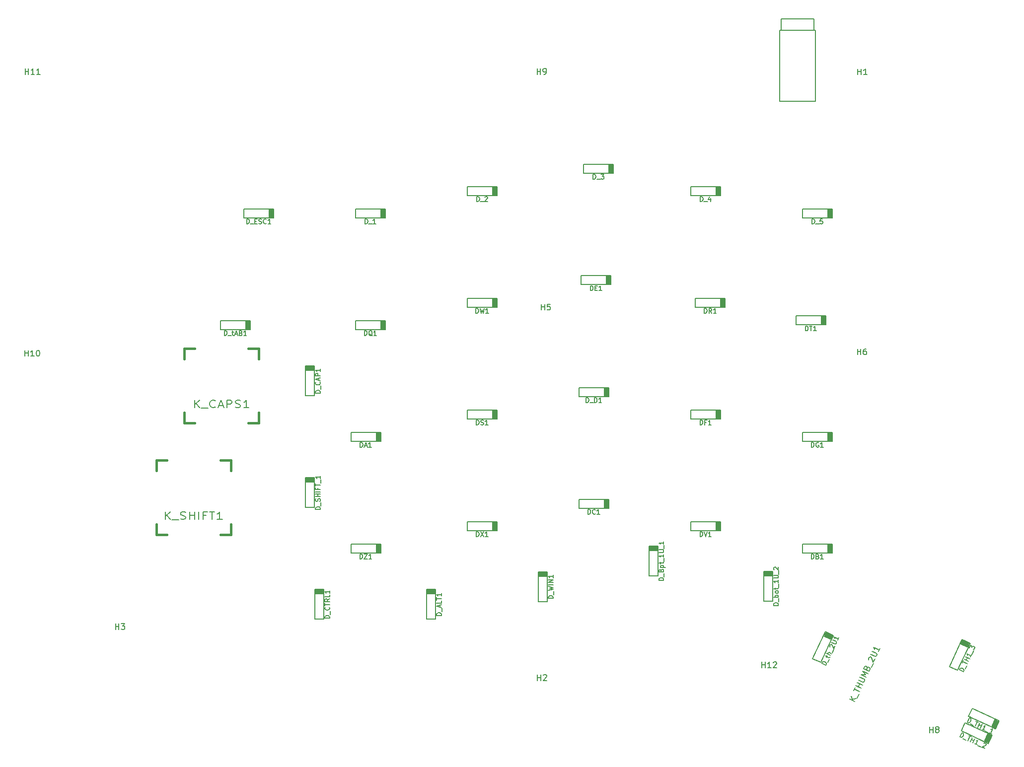
<source format=gbr>
G04 #@! TF.GenerationSoftware,KiCad,Pcbnew,(5.0.2)-1*
G04 #@! TF.CreationDate,2020-01-03T19:42:31+05:30*
G04 #@! TF.ProjectId,ergocape,6572676f-6361-4706-952e-6b696361645f,rev?*
G04 #@! TF.SameCoordinates,Original*
G04 #@! TF.FileFunction,Legend,Top*
G04 #@! TF.FilePolarity,Positive*
%FSLAX46Y46*%
G04 Gerber Fmt 4.6, Leading zero omitted, Abs format (unit mm)*
G04 Created by KiCad (PCBNEW (5.0.2)-1) date 1/3/2020 7:42:31 PM*
%MOMM*%
%LPD*%
G01*
G04 APERTURE LIST*
%ADD10C,0.150000*%
%ADD11C,0.381000*%
%ADD12C,0.203200*%
%ADD13C,0.200000*%
G04 APERTURE END LIST*
D10*
G04 #@! TO.C,D_1*
X80803750Y-49180750D02*
X85883750Y-49180750D01*
X85883750Y-49180750D02*
X85883750Y-47656750D01*
X85883750Y-47656750D02*
X80803750Y-47656750D01*
X80803750Y-47656750D02*
X80803750Y-49180750D01*
X80803750Y-49180750D02*
X81311750Y-49180750D01*
X85502750Y-49180750D02*
X85502750Y-47656750D01*
X85629750Y-47656750D02*
X85629750Y-49180750D01*
X85756750Y-49180750D02*
X85756750Y-47656750D01*
X85375750Y-47656750D02*
X85375750Y-49180750D01*
X85248750Y-49180750D02*
X85248750Y-47656750D01*
X85121750Y-49180750D02*
X85121750Y-47656750D01*
G04 #@! TO.C,D_2*
X99853750Y-45370750D02*
X104933750Y-45370750D01*
X104933750Y-45370750D02*
X104933750Y-43846750D01*
X104933750Y-43846750D02*
X99853750Y-43846750D01*
X99853750Y-43846750D02*
X99853750Y-45370750D01*
X99853750Y-45370750D02*
X100361750Y-45370750D01*
X104552750Y-45370750D02*
X104552750Y-43846750D01*
X104679750Y-43846750D02*
X104679750Y-45370750D01*
X104806750Y-45370750D02*
X104806750Y-43846750D01*
X104425750Y-43846750D02*
X104425750Y-45370750D01*
X104298750Y-45370750D02*
X104298750Y-43846750D01*
X104171750Y-45370750D02*
X104171750Y-43846750D01*
G04 #@! TO.C,D_3*
X124015500Y-41560750D02*
X124015500Y-40036750D01*
X124142500Y-41560750D02*
X124142500Y-40036750D01*
X124269500Y-40036750D02*
X124269500Y-41560750D01*
X124650500Y-41560750D02*
X124650500Y-40036750D01*
X124523500Y-40036750D02*
X124523500Y-41560750D01*
X124396500Y-41560750D02*
X124396500Y-40036750D01*
X119697500Y-41560750D02*
X120205500Y-41560750D01*
X119697500Y-40036750D02*
X119697500Y-41560750D01*
X124777500Y-40036750D02*
X119697500Y-40036750D01*
X124777500Y-41560750D02*
X124777500Y-40036750D01*
X119697500Y-41560750D02*
X124777500Y-41560750D01*
G04 #@! TO.C,D_4*
X137953750Y-45370750D02*
X143033750Y-45370750D01*
X143033750Y-45370750D02*
X143033750Y-43846750D01*
X143033750Y-43846750D02*
X137953750Y-43846750D01*
X137953750Y-43846750D02*
X137953750Y-45370750D01*
X137953750Y-45370750D02*
X138461750Y-45370750D01*
X142652750Y-45370750D02*
X142652750Y-43846750D01*
X142779750Y-43846750D02*
X142779750Y-45370750D01*
X142906750Y-45370750D02*
X142906750Y-43846750D01*
X142525750Y-43846750D02*
X142525750Y-45370750D01*
X142398750Y-45370750D02*
X142398750Y-43846750D01*
X142271750Y-45370750D02*
X142271750Y-43846750D01*
G04 #@! TO.C,D_5*
X161321750Y-49180750D02*
X161321750Y-47656750D01*
X161448750Y-49180750D02*
X161448750Y-47656750D01*
X161575750Y-47656750D02*
X161575750Y-49180750D01*
X161956750Y-49180750D02*
X161956750Y-47656750D01*
X161829750Y-47656750D02*
X161829750Y-49180750D01*
X161702750Y-49180750D02*
X161702750Y-47656750D01*
X157003750Y-49180750D02*
X157511750Y-49180750D01*
X157003750Y-47656750D02*
X157003750Y-49180750D01*
X162083750Y-47656750D02*
X157003750Y-47656750D01*
X162083750Y-49180750D02*
X162083750Y-47656750D01*
X157003750Y-49180750D02*
X162083750Y-49180750D01*
G04 #@! TO.C,D_ALT1*
X94424500Y-113315750D02*
X92900500Y-113315750D01*
X94424500Y-113188750D02*
X92900500Y-113188750D01*
X92900500Y-113061750D02*
X94424500Y-113061750D01*
X94424500Y-112680750D02*
X92900500Y-112680750D01*
X92900500Y-112807750D02*
X94424500Y-112807750D01*
X94424500Y-112934750D02*
X92900500Y-112934750D01*
X94424500Y-117633750D02*
X94424500Y-117125750D01*
X92900500Y-117633750D02*
X94424500Y-117633750D01*
X92900500Y-112553750D02*
X92900500Y-117633750D01*
X94424500Y-112553750D02*
X92900500Y-112553750D01*
X94424500Y-117633750D02*
X94424500Y-112553750D01*
G04 #@! TO.C,D_bot_1U_2*
X151892000Y-114554000D02*
X151892000Y-109474000D01*
X151892000Y-109474000D02*
X150368000Y-109474000D01*
X150368000Y-109474000D02*
X150368000Y-114554000D01*
X150368000Y-114554000D02*
X151892000Y-114554000D01*
X151892000Y-114554000D02*
X151892000Y-114046000D01*
X151892000Y-109855000D02*
X150368000Y-109855000D01*
X150368000Y-109728000D02*
X151892000Y-109728000D01*
X151892000Y-109601000D02*
X150368000Y-109601000D01*
X150368000Y-109982000D02*
X151892000Y-109982000D01*
X151892000Y-110109000D02*
X150368000Y-110109000D01*
X151892000Y-110236000D02*
X150368000Y-110236000D01*
G04 #@! TO.C,D_Bpt_1U_1*
X132334000Y-110236000D02*
X132334000Y-105156000D01*
X132334000Y-105156000D02*
X130810000Y-105156000D01*
X130810000Y-105156000D02*
X130810000Y-110236000D01*
X130810000Y-110236000D02*
X132334000Y-110236000D01*
X132334000Y-110236000D02*
X132334000Y-109728000D01*
X132334000Y-105537000D02*
X130810000Y-105537000D01*
X130810000Y-105410000D02*
X132334000Y-105410000D01*
X132334000Y-105283000D02*
X130810000Y-105283000D01*
X130810000Y-105664000D02*
X132334000Y-105664000D01*
X132334000Y-105791000D02*
X130810000Y-105791000D01*
X132334000Y-105918000D02*
X130810000Y-105918000D01*
G04 #@! TO.C,D_CAP1*
X73787000Y-79533750D02*
X73787000Y-74453750D01*
X73787000Y-74453750D02*
X72263000Y-74453750D01*
X72263000Y-74453750D02*
X72263000Y-79533750D01*
X72263000Y-79533750D02*
X73787000Y-79533750D01*
X73787000Y-79533750D02*
X73787000Y-79025750D01*
X73787000Y-74834750D02*
X72263000Y-74834750D01*
X72263000Y-74707750D02*
X73787000Y-74707750D01*
X73787000Y-74580750D02*
X72263000Y-74580750D01*
X72263000Y-74961750D02*
X73787000Y-74961750D01*
X73787000Y-75088750D02*
X72263000Y-75088750D01*
X73787000Y-75215750D02*
X72263000Y-75215750D01*
G04 #@! TO.C,D_CTRL1*
X75374500Y-113315750D02*
X73850500Y-113315750D01*
X75374500Y-113188750D02*
X73850500Y-113188750D01*
X73850500Y-113061750D02*
X75374500Y-113061750D01*
X75374500Y-112680750D02*
X73850500Y-112680750D01*
X73850500Y-112807750D02*
X75374500Y-112807750D01*
X75374500Y-112934750D02*
X73850500Y-112934750D01*
X75374500Y-117633750D02*
X75374500Y-117125750D01*
X73850500Y-117633750D02*
X75374500Y-117633750D01*
X73850500Y-112553750D02*
X73850500Y-117633750D01*
X75374500Y-112553750D02*
X73850500Y-112553750D01*
X75374500Y-117633750D02*
X75374500Y-112553750D01*
G04 #@! TO.C,D_D1*
X118903750Y-79660750D02*
X123983750Y-79660750D01*
X123983750Y-79660750D02*
X123983750Y-78136750D01*
X123983750Y-78136750D02*
X118903750Y-78136750D01*
X118903750Y-78136750D02*
X118903750Y-79660750D01*
X118903750Y-79660750D02*
X119411750Y-79660750D01*
X123602750Y-79660750D02*
X123602750Y-78136750D01*
X123729750Y-78136750D02*
X123729750Y-79660750D01*
X123856750Y-79660750D02*
X123856750Y-78136750D01*
X123475750Y-78136750D02*
X123475750Y-79660750D01*
X123348750Y-79660750D02*
X123348750Y-78136750D01*
X123221750Y-79660750D02*
X123221750Y-78136750D01*
G04 #@! TO.C,D_ESC1*
X66071750Y-49180750D02*
X66071750Y-47656750D01*
X66198750Y-49180750D02*
X66198750Y-47656750D01*
X66325750Y-47656750D02*
X66325750Y-49180750D01*
X66706750Y-49180750D02*
X66706750Y-47656750D01*
X66579750Y-47656750D02*
X66579750Y-49180750D01*
X66452750Y-49180750D02*
X66452750Y-47656750D01*
X61753750Y-49180750D02*
X62261750Y-49180750D01*
X61753750Y-47656750D02*
X61753750Y-49180750D01*
X66833750Y-47656750D02*
X61753750Y-47656750D01*
X66833750Y-49180750D02*
X66833750Y-47656750D01*
X61753750Y-49180750D02*
X66833750Y-49180750D01*
G04 #@! TO.C,D_SHIFT_1*
X73787000Y-94265750D02*
X72263000Y-94265750D01*
X73787000Y-94138750D02*
X72263000Y-94138750D01*
X72263000Y-94011750D02*
X73787000Y-94011750D01*
X73787000Y-93630750D02*
X72263000Y-93630750D01*
X72263000Y-93757750D02*
X73787000Y-93757750D01*
X73787000Y-93884750D02*
X72263000Y-93884750D01*
X73787000Y-98583750D02*
X73787000Y-98075750D01*
X72263000Y-98583750D02*
X73787000Y-98583750D01*
X72263000Y-93503750D02*
X72263000Y-98583750D01*
X73787000Y-93503750D02*
X72263000Y-93503750D01*
X73787000Y-98583750D02*
X73787000Y-93503750D01*
G04 #@! TO.C,D_tAB1*
X62103000Y-68230750D02*
X62103000Y-66706750D01*
X62230000Y-68230750D02*
X62230000Y-66706750D01*
X62357000Y-66706750D02*
X62357000Y-68230750D01*
X62738000Y-68230750D02*
X62738000Y-66706750D01*
X62611000Y-66706750D02*
X62611000Y-68230750D01*
X62484000Y-68230750D02*
X62484000Y-66706750D01*
X57785000Y-68230750D02*
X58293000Y-68230750D01*
X57785000Y-66706750D02*
X57785000Y-68230750D01*
X62865000Y-66706750D02*
X57785000Y-66706750D01*
X62865000Y-68230750D02*
X62865000Y-66706750D01*
X57785000Y-68230750D02*
X62865000Y-68230750D01*
G04 #@! TO.C,D_TH1_1*
X185310791Y-134192756D02*
X189914835Y-136339657D01*
X189914835Y-136339657D02*
X190558905Y-134958444D01*
X190558905Y-134958444D02*
X185954861Y-132811543D01*
X185954861Y-132811543D02*
X185310791Y-134192756D01*
X185310791Y-134192756D02*
X185771195Y-134407446D01*
X189569530Y-136178639D02*
X190213602Y-134797426D01*
X190328703Y-134851099D02*
X189684632Y-136232312D01*
X189799734Y-136285983D02*
X190443804Y-134904771D01*
X190098501Y-134743754D02*
X189454430Y-136124967D01*
X189339329Y-136071294D02*
X189983399Y-134690081D01*
X189224228Y-136017622D02*
X189868298Y-134636409D01*
G04 #@! TO.C,D_TH1_2*
X187974459Y-138517075D02*
X188618529Y-137135862D01*
X188089560Y-138570747D02*
X188733630Y-137189534D01*
X188848732Y-137243207D02*
X188204661Y-138624420D01*
X188549965Y-138785436D02*
X189194035Y-137404224D01*
X189078934Y-137350552D02*
X188434863Y-138731765D01*
X188319761Y-138678092D02*
X188963833Y-137296879D01*
X184061022Y-136692209D02*
X184521426Y-136906899D01*
X184705092Y-135310996D02*
X184061022Y-136692209D01*
X189309136Y-137457897D02*
X184705092Y-135310996D01*
X188665066Y-138839110D02*
X189309136Y-137457897D01*
X184061022Y-136692209D02*
X188665066Y-138839110D01*
G04 #@! TO.C,D_th_2U1*
X160120004Y-125007657D02*
X162266905Y-120403613D01*
X162266905Y-120403613D02*
X160885692Y-119759543D01*
X160885692Y-119759543D02*
X158738791Y-124363587D01*
X158738791Y-124363587D02*
X160120004Y-125007657D01*
X160120004Y-125007657D02*
X160334694Y-124547253D01*
X162105887Y-120748918D02*
X160724674Y-120104846D01*
X160778347Y-119989745D02*
X162159560Y-120633816D01*
X162213231Y-120518714D02*
X160832019Y-119874644D01*
X160671002Y-120219947D02*
X162052215Y-120864018D01*
X161998542Y-120979119D02*
X160617329Y-120335049D01*
X161944870Y-121094220D02*
X160563657Y-120450150D01*
G04 #@! TO.C,D_WIN1*
X113474500Y-114617500D02*
X113474500Y-109537500D01*
X113474500Y-109537500D02*
X111950500Y-109537500D01*
X111950500Y-109537500D02*
X111950500Y-114617500D01*
X111950500Y-114617500D02*
X113474500Y-114617500D01*
X113474500Y-114617500D02*
X113474500Y-114109500D01*
X113474500Y-109918500D02*
X111950500Y-109918500D01*
X111950500Y-109791500D02*
X113474500Y-109791500D01*
X113474500Y-109664500D02*
X111950500Y-109664500D01*
X111950500Y-110045500D02*
X113474500Y-110045500D01*
X113474500Y-110172500D02*
X111950500Y-110172500D01*
X113474500Y-110299500D02*
X111950500Y-110299500D01*
G04 #@! TO.C,DA1*
X80010000Y-87280750D02*
X85090000Y-87280750D01*
X85090000Y-87280750D02*
X85090000Y-85756750D01*
X85090000Y-85756750D02*
X80010000Y-85756750D01*
X80010000Y-85756750D02*
X80010000Y-87280750D01*
X80010000Y-87280750D02*
X80518000Y-87280750D01*
X84709000Y-87280750D02*
X84709000Y-85756750D01*
X84836000Y-85756750D02*
X84836000Y-87280750D01*
X84963000Y-87280750D02*
X84963000Y-85756750D01*
X84582000Y-85756750D02*
X84582000Y-87280750D01*
X84455000Y-87280750D02*
X84455000Y-85756750D01*
X84328000Y-87280750D02*
X84328000Y-85756750D01*
G04 #@! TO.C,DB1*
X157003750Y-106330750D02*
X162083750Y-106330750D01*
X162083750Y-106330750D02*
X162083750Y-104806750D01*
X162083750Y-104806750D02*
X157003750Y-104806750D01*
X157003750Y-104806750D02*
X157003750Y-106330750D01*
X157003750Y-106330750D02*
X157511750Y-106330750D01*
X161702750Y-106330750D02*
X161702750Y-104806750D01*
X161829750Y-104806750D02*
X161829750Y-106330750D01*
X161956750Y-106330750D02*
X161956750Y-104806750D01*
X161575750Y-104806750D02*
X161575750Y-106330750D01*
X161448750Y-106330750D02*
X161448750Y-104806750D01*
X161321750Y-106330750D02*
X161321750Y-104806750D01*
G04 #@! TO.C,DC1*
X123221750Y-98710750D02*
X123221750Y-97186750D01*
X123348750Y-98710750D02*
X123348750Y-97186750D01*
X123475750Y-97186750D02*
X123475750Y-98710750D01*
X123856750Y-98710750D02*
X123856750Y-97186750D01*
X123729750Y-97186750D02*
X123729750Y-98710750D01*
X123602750Y-98710750D02*
X123602750Y-97186750D01*
X118903750Y-98710750D02*
X119411750Y-98710750D01*
X118903750Y-97186750D02*
X118903750Y-98710750D01*
X123983750Y-97186750D02*
X118903750Y-97186750D01*
X123983750Y-98710750D02*
X123983750Y-97186750D01*
X118903750Y-98710750D02*
X123983750Y-98710750D01*
G04 #@! TO.C,DE1*
X123571000Y-60579000D02*
X123571000Y-59055000D01*
X123698000Y-60579000D02*
X123698000Y-59055000D01*
X123825000Y-59055000D02*
X123825000Y-60579000D01*
X124206000Y-60579000D02*
X124206000Y-59055000D01*
X124079000Y-59055000D02*
X124079000Y-60579000D01*
X123952000Y-60579000D02*
X123952000Y-59055000D01*
X119253000Y-60579000D02*
X119761000Y-60579000D01*
X119253000Y-59055000D02*
X119253000Y-60579000D01*
X124333000Y-59055000D02*
X119253000Y-59055000D01*
X124333000Y-60579000D02*
X124333000Y-59055000D01*
X119253000Y-60579000D02*
X124333000Y-60579000D01*
G04 #@! TO.C,DF1*
X142271750Y-83470750D02*
X142271750Y-81946750D01*
X142398750Y-83470750D02*
X142398750Y-81946750D01*
X142525750Y-81946750D02*
X142525750Y-83470750D01*
X142906750Y-83470750D02*
X142906750Y-81946750D01*
X142779750Y-81946750D02*
X142779750Y-83470750D01*
X142652750Y-83470750D02*
X142652750Y-81946750D01*
X137953750Y-83470750D02*
X138461750Y-83470750D01*
X137953750Y-81946750D02*
X137953750Y-83470750D01*
X143033750Y-81946750D02*
X137953750Y-81946750D01*
X143033750Y-83470750D02*
X143033750Y-81946750D01*
X137953750Y-83470750D02*
X143033750Y-83470750D01*
G04 #@! TO.C,DG1*
X161321750Y-87280750D02*
X161321750Y-85756750D01*
X161448750Y-87280750D02*
X161448750Y-85756750D01*
X161575750Y-85756750D02*
X161575750Y-87280750D01*
X161956750Y-87280750D02*
X161956750Y-85756750D01*
X161829750Y-85756750D02*
X161829750Y-87280750D01*
X161702750Y-87280750D02*
X161702750Y-85756750D01*
X157003750Y-87280750D02*
X157511750Y-87280750D01*
X157003750Y-85756750D02*
X157003750Y-87280750D01*
X162083750Y-85756750D02*
X157003750Y-85756750D01*
X162083750Y-87280750D02*
X162083750Y-85756750D01*
X157003750Y-87280750D02*
X162083750Y-87280750D01*
G04 #@! TO.C,DQ1*
X80803750Y-68230750D02*
X85883750Y-68230750D01*
X85883750Y-68230750D02*
X85883750Y-66706750D01*
X85883750Y-66706750D02*
X80803750Y-66706750D01*
X80803750Y-66706750D02*
X80803750Y-68230750D01*
X80803750Y-68230750D02*
X81311750Y-68230750D01*
X85502750Y-68230750D02*
X85502750Y-66706750D01*
X85629750Y-66706750D02*
X85629750Y-68230750D01*
X85756750Y-68230750D02*
X85756750Y-66706750D01*
X85375750Y-66706750D02*
X85375750Y-68230750D01*
X85248750Y-68230750D02*
X85248750Y-66706750D01*
X85121750Y-68230750D02*
X85121750Y-66706750D01*
G04 #@! TO.C,DR1*
X138747500Y-64420750D02*
X143827500Y-64420750D01*
X143827500Y-64420750D02*
X143827500Y-62896750D01*
X143827500Y-62896750D02*
X138747500Y-62896750D01*
X138747500Y-62896750D02*
X138747500Y-64420750D01*
X138747500Y-64420750D02*
X139255500Y-64420750D01*
X143446500Y-64420750D02*
X143446500Y-62896750D01*
X143573500Y-62896750D02*
X143573500Y-64420750D01*
X143700500Y-64420750D02*
X143700500Y-62896750D01*
X143319500Y-62896750D02*
X143319500Y-64420750D01*
X143192500Y-64420750D02*
X143192500Y-62896750D01*
X143065500Y-64420750D02*
X143065500Y-62896750D01*
G04 #@! TO.C,DS1*
X104171750Y-83470750D02*
X104171750Y-81946750D01*
X104298750Y-83470750D02*
X104298750Y-81946750D01*
X104425750Y-81946750D02*
X104425750Y-83470750D01*
X104806750Y-83470750D02*
X104806750Y-81946750D01*
X104679750Y-81946750D02*
X104679750Y-83470750D01*
X104552750Y-83470750D02*
X104552750Y-81946750D01*
X99853750Y-83470750D02*
X100361750Y-83470750D01*
X99853750Y-81946750D02*
X99853750Y-83470750D01*
X104933750Y-81946750D02*
X99853750Y-81946750D01*
X104933750Y-83470750D02*
X104933750Y-81946750D01*
X99853750Y-83470750D02*
X104933750Y-83470750D01*
G04 #@! TO.C,DT1*
X160210500Y-67437000D02*
X160210500Y-65913000D01*
X160337500Y-67437000D02*
X160337500Y-65913000D01*
X160464500Y-65913000D02*
X160464500Y-67437000D01*
X160845500Y-67437000D02*
X160845500Y-65913000D01*
X160718500Y-65913000D02*
X160718500Y-67437000D01*
X160591500Y-67437000D02*
X160591500Y-65913000D01*
X155892500Y-67437000D02*
X156400500Y-67437000D01*
X155892500Y-65913000D02*
X155892500Y-67437000D01*
X160972500Y-65913000D02*
X155892500Y-65913000D01*
X160972500Y-67437000D02*
X160972500Y-65913000D01*
X155892500Y-67437000D02*
X160972500Y-67437000D01*
G04 #@! TO.C,DV1*
X142271750Y-102520750D02*
X142271750Y-100996750D01*
X142398750Y-102520750D02*
X142398750Y-100996750D01*
X142525750Y-100996750D02*
X142525750Y-102520750D01*
X142906750Y-102520750D02*
X142906750Y-100996750D01*
X142779750Y-100996750D02*
X142779750Y-102520750D01*
X142652750Y-102520750D02*
X142652750Y-100996750D01*
X137953750Y-102520750D02*
X138461750Y-102520750D01*
X137953750Y-100996750D02*
X137953750Y-102520750D01*
X143033750Y-100996750D02*
X137953750Y-100996750D01*
X143033750Y-102520750D02*
X143033750Y-100996750D01*
X137953750Y-102520750D02*
X143033750Y-102520750D01*
G04 #@! TO.C,DW1*
X99853750Y-64420750D02*
X104933750Y-64420750D01*
X104933750Y-64420750D02*
X104933750Y-62896750D01*
X104933750Y-62896750D02*
X99853750Y-62896750D01*
X99853750Y-62896750D02*
X99853750Y-64420750D01*
X99853750Y-64420750D02*
X100361750Y-64420750D01*
X104552750Y-64420750D02*
X104552750Y-62896750D01*
X104679750Y-62896750D02*
X104679750Y-64420750D01*
X104806750Y-64420750D02*
X104806750Y-62896750D01*
X104425750Y-62896750D02*
X104425750Y-64420750D01*
X104298750Y-64420750D02*
X104298750Y-62896750D01*
X104171750Y-64420750D02*
X104171750Y-62896750D01*
G04 #@! TO.C,DX1*
X104171750Y-102520750D02*
X104171750Y-100996750D01*
X104298750Y-102520750D02*
X104298750Y-100996750D01*
X104425750Y-100996750D02*
X104425750Y-102520750D01*
X104806750Y-102520750D02*
X104806750Y-100996750D01*
X104679750Y-100996750D02*
X104679750Y-102520750D01*
X104552750Y-102520750D02*
X104552750Y-100996750D01*
X99853750Y-102520750D02*
X100361750Y-102520750D01*
X99853750Y-100996750D02*
X99853750Y-102520750D01*
X104933750Y-100996750D02*
X99853750Y-100996750D01*
X104933750Y-102520750D02*
X104933750Y-100996750D01*
X99853750Y-102520750D02*
X104933750Y-102520750D01*
G04 #@! TO.C,DZ1*
X80010000Y-106330750D02*
X85090000Y-106330750D01*
X85090000Y-106330750D02*
X85090000Y-104806750D01*
X85090000Y-104806750D02*
X80010000Y-104806750D01*
X80010000Y-104806750D02*
X80010000Y-106330750D01*
X80010000Y-106330750D02*
X80518000Y-106330750D01*
X84709000Y-106330750D02*
X84709000Y-104806750D01*
X84836000Y-104806750D02*
X84836000Y-106330750D01*
X84963000Y-106330750D02*
X84963000Y-104806750D01*
X84582000Y-104806750D02*
X84582000Y-106330750D01*
X84455000Y-106330750D02*
X84455000Y-104806750D01*
X84328000Y-106330750D02*
X84328000Y-104806750D01*
D11*
G04 #@! TO.C,K_CAPS1*
X51593750Y-71437500D02*
X53371750Y-71437500D01*
X62515750Y-71437500D02*
X64293750Y-71437500D01*
X64293750Y-71437500D02*
X64293750Y-73215500D01*
X64293750Y-82359500D02*
X64293750Y-84137500D01*
X64293750Y-84137500D02*
X62515750Y-84137500D01*
X53371750Y-84137500D02*
X51593750Y-84137500D01*
X51593750Y-84137500D02*
X51593750Y-82359500D01*
X51593750Y-73215500D02*
X51593750Y-71437500D01*
G04 #@! TO.C,K_SHIFT1*
X46831250Y-90487500D02*
X48609250Y-90487500D01*
X57753250Y-90487500D02*
X59531250Y-90487500D01*
X59531250Y-90487500D02*
X59531250Y-92265500D01*
X59531250Y-101409500D02*
X59531250Y-103187500D01*
X59531250Y-103187500D02*
X57753250Y-103187500D01*
X48609250Y-103187500D02*
X46831250Y-103187500D01*
X46831250Y-103187500D02*
X46831250Y-101409500D01*
X46831250Y-92265500D02*
X46831250Y-90487500D01*
D10*
G04 #@! TO.C,D_TH1_3*
X185279497Y-122454203D02*
X183898284Y-121810133D01*
X185333169Y-122339102D02*
X183951956Y-121695032D01*
X184005629Y-121579930D02*
X185386842Y-122224001D01*
X185547859Y-121878697D02*
X184166646Y-121234627D01*
X184112974Y-121349728D02*
X185494187Y-121993799D01*
X185440514Y-122108900D02*
X184059301Y-121464829D01*
X183454631Y-126367640D02*
X183669321Y-125907236D01*
X182073418Y-125723570D02*
X183454631Y-126367640D01*
X184220319Y-121119526D02*
X182073418Y-125723570D01*
X185601532Y-121763596D02*
X184220319Y-121119526D01*
X183454631Y-126367640D02*
X185601532Y-121763596D01*
G04 #@! TO.C,J2*
X158962120Y-15228730D02*
X153362120Y-15228730D01*
X153362120Y-17228730D02*
X153362120Y-15228730D01*
X158962120Y-17228730D02*
X158962120Y-15228730D01*
X153112120Y-17228730D02*
X153112120Y-29328730D01*
X159212120Y-17228730D02*
X159212120Y-29328730D01*
X159212120Y-29328730D02*
X153112120Y-29328730D01*
X159212120Y-17228730D02*
X153112120Y-17228730D01*
G04 #@! TO.C,D_1*
X82423111Y-50180654D02*
X82423111Y-49380654D01*
X82613588Y-49380654D01*
X82727873Y-49418750D01*
X82804064Y-49494940D01*
X82842159Y-49571130D01*
X82880254Y-49723511D01*
X82880254Y-49837797D01*
X82842159Y-49990178D01*
X82804064Y-50066369D01*
X82727873Y-50142559D01*
X82613588Y-50180654D01*
X82423111Y-50180654D01*
X83032635Y-50256845D02*
X83642159Y-50256845D01*
X84251683Y-50180654D02*
X83794540Y-50180654D01*
X84023111Y-50180654D02*
X84023111Y-49380654D01*
X83946921Y-49494940D01*
X83870730Y-49571130D01*
X83794540Y-49609226D01*
G04 #@! TO.C,D_2*
X101473111Y-46370654D02*
X101473111Y-45570654D01*
X101663588Y-45570654D01*
X101777873Y-45608750D01*
X101854064Y-45684940D01*
X101892159Y-45761130D01*
X101930254Y-45913511D01*
X101930254Y-46027797D01*
X101892159Y-46180178D01*
X101854064Y-46256369D01*
X101777873Y-46332559D01*
X101663588Y-46370654D01*
X101473111Y-46370654D01*
X102082635Y-46446845D02*
X102692159Y-46446845D01*
X102844540Y-45646845D02*
X102882635Y-45608750D01*
X102958826Y-45570654D01*
X103149302Y-45570654D01*
X103225492Y-45608750D01*
X103263588Y-45646845D01*
X103301683Y-45723035D01*
X103301683Y-45799226D01*
X103263588Y-45913511D01*
X102806445Y-46370654D01*
X103301683Y-46370654D01*
G04 #@! TO.C,D_3*
X121316861Y-42560654D02*
X121316861Y-41760654D01*
X121507338Y-41760654D01*
X121621623Y-41798750D01*
X121697814Y-41874940D01*
X121735909Y-41951130D01*
X121774004Y-42103511D01*
X121774004Y-42217797D01*
X121735909Y-42370178D01*
X121697814Y-42446369D01*
X121621623Y-42522559D01*
X121507338Y-42560654D01*
X121316861Y-42560654D01*
X121926385Y-42636845D02*
X122535909Y-42636845D01*
X122650195Y-41760654D02*
X123145433Y-41760654D01*
X122878766Y-42065416D01*
X122993052Y-42065416D01*
X123069242Y-42103511D01*
X123107338Y-42141607D01*
X123145433Y-42217797D01*
X123145433Y-42408273D01*
X123107338Y-42484464D01*
X123069242Y-42522559D01*
X122993052Y-42560654D01*
X122764480Y-42560654D01*
X122688290Y-42522559D01*
X122650195Y-42484464D01*
G04 #@! TO.C,D_4*
X139573111Y-46370654D02*
X139573111Y-45570654D01*
X139763588Y-45570654D01*
X139877873Y-45608750D01*
X139954064Y-45684940D01*
X139992159Y-45761130D01*
X140030254Y-45913511D01*
X140030254Y-46027797D01*
X139992159Y-46180178D01*
X139954064Y-46256369D01*
X139877873Y-46332559D01*
X139763588Y-46370654D01*
X139573111Y-46370654D01*
X140182635Y-46446845D02*
X140792159Y-46446845D01*
X141325492Y-45837321D02*
X141325492Y-46370654D01*
X141135016Y-45532559D02*
X140944540Y-46103988D01*
X141439778Y-46103988D01*
G04 #@! TO.C,D_5*
X158623111Y-50180654D02*
X158623111Y-49380654D01*
X158813588Y-49380654D01*
X158927873Y-49418750D01*
X159004064Y-49494940D01*
X159042159Y-49571130D01*
X159080254Y-49723511D01*
X159080254Y-49837797D01*
X159042159Y-49990178D01*
X159004064Y-50066369D01*
X158927873Y-50142559D01*
X158813588Y-50180654D01*
X158623111Y-50180654D01*
X159232635Y-50256845D02*
X159842159Y-50256845D01*
X160413588Y-49380654D02*
X160032635Y-49380654D01*
X159994540Y-49761607D01*
X160032635Y-49723511D01*
X160108826Y-49685416D01*
X160299302Y-49685416D01*
X160375492Y-49723511D01*
X160413588Y-49761607D01*
X160451683Y-49837797D01*
X160451683Y-50028273D01*
X160413588Y-50104464D01*
X160375492Y-50142559D01*
X160299302Y-50180654D01*
X160108826Y-50180654D01*
X160032635Y-50142559D01*
X159994540Y-50104464D01*
G04 #@! TO.C,D_ALT1*
X95424404Y-116985816D02*
X94624404Y-116985816D01*
X94624404Y-116795340D01*
X94662500Y-116681054D01*
X94738690Y-116604864D01*
X94814880Y-116566769D01*
X94967261Y-116528673D01*
X95081547Y-116528673D01*
X95233928Y-116566769D01*
X95310119Y-116604864D01*
X95386309Y-116681054D01*
X95424404Y-116795340D01*
X95424404Y-116985816D01*
X95500595Y-116376292D02*
X95500595Y-115766769D01*
X95195833Y-115614388D02*
X95195833Y-115233435D01*
X95424404Y-115690578D02*
X94624404Y-115423911D01*
X95424404Y-115157245D01*
X95424404Y-114509626D02*
X95424404Y-114890578D01*
X94624404Y-114890578D01*
X94624404Y-114357245D02*
X94624404Y-113900102D01*
X95424404Y-114128673D02*
X94624404Y-114128673D01*
X95424404Y-113214388D02*
X95424404Y-113671530D01*
X95424404Y-113442959D02*
X94624404Y-113442959D01*
X94738690Y-113519150D01*
X94814880Y-113595340D01*
X94852976Y-113671530D01*
G04 #@! TO.C,D_bot_1U_2*
X152891904Y-115296542D02*
X152091904Y-115296542D01*
X152091904Y-115106066D01*
X152130000Y-114991780D01*
X152206190Y-114915590D01*
X152282380Y-114877495D01*
X152434761Y-114839400D01*
X152549047Y-114839400D01*
X152701428Y-114877495D01*
X152777619Y-114915590D01*
X152853809Y-114991780D01*
X152891904Y-115106066D01*
X152891904Y-115296542D01*
X152968095Y-114687019D02*
X152968095Y-114077495D01*
X152891904Y-113887019D02*
X152091904Y-113887019D01*
X152396666Y-113887019D02*
X152358571Y-113810828D01*
X152358571Y-113658447D01*
X152396666Y-113582257D01*
X152434761Y-113544161D01*
X152510952Y-113506066D01*
X152739523Y-113506066D01*
X152815714Y-113544161D01*
X152853809Y-113582257D01*
X152891904Y-113658447D01*
X152891904Y-113810828D01*
X152853809Y-113887019D01*
X152891904Y-113048923D02*
X152853809Y-113125114D01*
X152815714Y-113163209D01*
X152739523Y-113201304D01*
X152510952Y-113201304D01*
X152434761Y-113163209D01*
X152396666Y-113125114D01*
X152358571Y-113048923D01*
X152358571Y-112934638D01*
X152396666Y-112858447D01*
X152434761Y-112820352D01*
X152510952Y-112782257D01*
X152739523Y-112782257D01*
X152815714Y-112820352D01*
X152853809Y-112858447D01*
X152891904Y-112934638D01*
X152891904Y-113048923D01*
X152358571Y-112553685D02*
X152358571Y-112248923D01*
X152091904Y-112439400D02*
X152777619Y-112439400D01*
X152853809Y-112401304D01*
X152891904Y-112325114D01*
X152891904Y-112248923D01*
X152968095Y-112172733D02*
X152968095Y-111563209D01*
X152891904Y-110953685D02*
X152891904Y-111410828D01*
X152891904Y-111182257D02*
X152091904Y-111182257D01*
X152206190Y-111258447D01*
X152282380Y-111334638D01*
X152320476Y-111410828D01*
X152091904Y-110610828D02*
X152739523Y-110610828D01*
X152815714Y-110572733D01*
X152853809Y-110534638D01*
X152891904Y-110458447D01*
X152891904Y-110306066D01*
X152853809Y-110229876D01*
X152815714Y-110191780D01*
X152739523Y-110153685D01*
X152091904Y-110153685D01*
X152968095Y-109963209D02*
X152968095Y-109353685D01*
X152168095Y-109201304D02*
X152130000Y-109163209D01*
X152091904Y-109087019D01*
X152091904Y-108896542D01*
X152130000Y-108820352D01*
X152168095Y-108782257D01*
X152244285Y-108744161D01*
X152320476Y-108744161D01*
X152434761Y-108782257D01*
X152891904Y-109239400D01*
X152891904Y-108744161D01*
G04 #@! TO.C,D_Bpt_1U_1*
X133333904Y-111016638D02*
X132533904Y-111016638D01*
X132533904Y-110826161D01*
X132572000Y-110711876D01*
X132648190Y-110635685D01*
X132724380Y-110597590D01*
X132876761Y-110559495D01*
X132991047Y-110559495D01*
X133143428Y-110597590D01*
X133219619Y-110635685D01*
X133295809Y-110711876D01*
X133333904Y-110826161D01*
X133333904Y-111016638D01*
X133410095Y-110407114D02*
X133410095Y-109797590D01*
X132914857Y-109340447D02*
X132952952Y-109226161D01*
X132991047Y-109188066D01*
X133067238Y-109149971D01*
X133181523Y-109149971D01*
X133257714Y-109188066D01*
X133295809Y-109226161D01*
X133333904Y-109302352D01*
X133333904Y-109607114D01*
X132533904Y-109607114D01*
X132533904Y-109340447D01*
X132572000Y-109264257D01*
X132610095Y-109226161D01*
X132686285Y-109188066D01*
X132762476Y-109188066D01*
X132838666Y-109226161D01*
X132876761Y-109264257D01*
X132914857Y-109340447D01*
X132914857Y-109607114D01*
X132800571Y-108807114D02*
X133600571Y-108807114D01*
X132838666Y-108807114D02*
X132800571Y-108730923D01*
X132800571Y-108578542D01*
X132838666Y-108502352D01*
X132876761Y-108464257D01*
X132952952Y-108426161D01*
X133181523Y-108426161D01*
X133257714Y-108464257D01*
X133295809Y-108502352D01*
X133333904Y-108578542D01*
X133333904Y-108730923D01*
X133295809Y-108807114D01*
X132800571Y-108197590D02*
X132800571Y-107892828D01*
X132533904Y-108083304D02*
X133219619Y-108083304D01*
X133295809Y-108045209D01*
X133333904Y-107969019D01*
X133333904Y-107892828D01*
X133410095Y-107816638D02*
X133410095Y-107207114D01*
X133333904Y-106597590D02*
X133333904Y-107054733D01*
X133333904Y-106826161D02*
X132533904Y-106826161D01*
X132648190Y-106902352D01*
X132724380Y-106978542D01*
X132762476Y-107054733D01*
X132533904Y-106254733D02*
X133181523Y-106254733D01*
X133257714Y-106216638D01*
X133295809Y-106178542D01*
X133333904Y-106102352D01*
X133333904Y-105949971D01*
X133295809Y-105873780D01*
X133257714Y-105835685D01*
X133181523Y-105797590D01*
X132533904Y-105797590D01*
X133410095Y-105607114D02*
X133410095Y-104997590D01*
X133333904Y-104388066D02*
X133333904Y-104845209D01*
X133333904Y-104616638D02*
X132533904Y-104616638D01*
X132648190Y-104692828D01*
X132724380Y-104769019D01*
X132762476Y-104845209D01*
G04 #@! TO.C,D_CAP1*
X74786904Y-79057245D02*
X73986904Y-79057245D01*
X73986904Y-78866769D01*
X74025000Y-78752483D01*
X74101190Y-78676292D01*
X74177380Y-78638197D01*
X74329761Y-78600102D01*
X74444047Y-78600102D01*
X74596428Y-78638197D01*
X74672619Y-78676292D01*
X74748809Y-78752483D01*
X74786904Y-78866769D01*
X74786904Y-79057245D01*
X74863095Y-78447721D02*
X74863095Y-77838197D01*
X74710714Y-77190578D02*
X74748809Y-77228673D01*
X74786904Y-77342959D01*
X74786904Y-77419150D01*
X74748809Y-77533435D01*
X74672619Y-77609626D01*
X74596428Y-77647721D01*
X74444047Y-77685816D01*
X74329761Y-77685816D01*
X74177380Y-77647721D01*
X74101190Y-77609626D01*
X74025000Y-77533435D01*
X73986904Y-77419150D01*
X73986904Y-77342959D01*
X74025000Y-77228673D01*
X74063095Y-77190578D01*
X74558333Y-76885816D02*
X74558333Y-76504864D01*
X74786904Y-76962007D02*
X73986904Y-76695340D01*
X74786904Y-76428673D01*
X74786904Y-76162007D02*
X73986904Y-76162007D01*
X73986904Y-75857245D01*
X74025000Y-75781054D01*
X74063095Y-75742959D01*
X74139285Y-75704864D01*
X74253571Y-75704864D01*
X74329761Y-75742959D01*
X74367857Y-75781054D01*
X74405952Y-75857245D01*
X74405952Y-76162007D01*
X74786904Y-74942959D02*
X74786904Y-75400102D01*
X74786904Y-75171530D02*
X73986904Y-75171530D01*
X74101190Y-75247721D01*
X74177380Y-75323911D01*
X74215476Y-75400102D01*
G04 #@! TO.C,D_CTRL1*
X76374404Y-117442959D02*
X75574404Y-117442959D01*
X75574404Y-117252483D01*
X75612500Y-117138197D01*
X75688690Y-117062007D01*
X75764880Y-117023911D01*
X75917261Y-116985816D01*
X76031547Y-116985816D01*
X76183928Y-117023911D01*
X76260119Y-117062007D01*
X76336309Y-117138197D01*
X76374404Y-117252483D01*
X76374404Y-117442959D01*
X76450595Y-116833435D02*
X76450595Y-116223911D01*
X76298214Y-115576292D02*
X76336309Y-115614388D01*
X76374404Y-115728673D01*
X76374404Y-115804864D01*
X76336309Y-115919150D01*
X76260119Y-115995340D01*
X76183928Y-116033435D01*
X76031547Y-116071530D01*
X75917261Y-116071530D01*
X75764880Y-116033435D01*
X75688690Y-115995340D01*
X75612500Y-115919150D01*
X75574404Y-115804864D01*
X75574404Y-115728673D01*
X75612500Y-115614388D01*
X75650595Y-115576292D01*
X75574404Y-115347721D02*
X75574404Y-114890578D01*
X76374404Y-115119150D02*
X75574404Y-115119150D01*
X76374404Y-114166769D02*
X75993452Y-114433435D01*
X76374404Y-114623911D02*
X75574404Y-114623911D01*
X75574404Y-114319150D01*
X75612500Y-114242959D01*
X75650595Y-114204864D01*
X75726785Y-114166769D01*
X75841071Y-114166769D01*
X75917261Y-114204864D01*
X75955357Y-114242959D01*
X75993452Y-114319150D01*
X75993452Y-114623911D01*
X76374404Y-113442959D02*
X76374404Y-113823911D01*
X75574404Y-113823911D01*
X76374404Y-112757245D02*
X76374404Y-113214388D01*
X76374404Y-112985816D02*
X75574404Y-112985816D01*
X75688690Y-113062007D01*
X75764880Y-113138197D01*
X75802976Y-113214388D01*
G04 #@! TO.C,D_D1*
X120123111Y-80660654D02*
X120123111Y-79860654D01*
X120313588Y-79860654D01*
X120427873Y-79898750D01*
X120504064Y-79974940D01*
X120542159Y-80051130D01*
X120580254Y-80203511D01*
X120580254Y-80317797D01*
X120542159Y-80470178D01*
X120504064Y-80546369D01*
X120427873Y-80622559D01*
X120313588Y-80660654D01*
X120123111Y-80660654D01*
X120732635Y-80736845D02*
X121342159Y-80736845D01*
X121532635Y-80660654D02*
X121532635Y-79860654D01*
X121723111Y-79860654D01*
X121837397Y-79898750D01*
X121913588Y-79974940D01*
X121951683Y-80051130D01*
X121989778Y-80203511D01*
X121989778Y-80317797D01*
X121951683Y-80470178D01*
X121913588Y-80546369D01*
X121837397Y-80622559D01*
X121723111Y-80660654D01*
X121532635Y-80660654D01*
X122751683Y-80660654D02*
X122294540Y-80660654D01*
X122523111Y-80660654D02*
X122523111Y-79860654D01*
X122446921Y-79974940D01*
X122370730Y-80051130D01*
X122294540Y-80089226D01*
G04 #@! TO.C,D_ESC1*
X62230254Y-50180654D02*
X62230254Y-49380654D01*
X62420730Y-49380654D01*
X62535016Y-49418750D01*
X62611207Y-49494940D01*
X62649302Y-49571130D01*
X62687397Y-49723511D01*
X62687397Y-49837797D01*
X62649302Y-49990178D01*
X62611207Y-50066369D01*
X62535016Y-50142559D01*
X62420730Y-50180654D01*
X62230254Y-50180654D01*
X62839778Y-50256845D02*
X63449302Y-50256845D01*
X63639778Y-49761607D02*
X63906445Y-49761607D01*
X64020730Y-50180654D02*
X63639778Y-50180654D01*
X63639778Y-49380654D01*
X64020730Y-49380654D01*
X64325492Y-50142559D02*
X64439778Y-50180654D01*
X64630254Y-50180654D01*
X64706445Y-50142559D01*
X64744540Y-50104464D01*
X64782635Y-50028273D01*
X64782635Y-49952083D01*
X64744540Y-49875892D01*
X64706445Y-49837797D01*
X64630254Y-49799702D01*
X64477873Y-49761607D01*
X64401683Y-49723511D01*
X64363588Y-49685416D01*
X64325492Y-49609226D01*
X64325492Y-49533035D01*
X64363588Y-49456845D01*
X64401683Y-49418750D01*
X64477873Y-49380654D01*
X64668350Y-49380654D01*
X64782635Y-49418750D01*
X65582635Y-50104464D02*
X65544540Y-50142559D01*
X65430254Y-50180654D01*
X65354064Y-50180654D01*
X65239778Y-50142559D01*
X65163588Y-50066369D01*
X65125492Y-49990178D01*
X65087397Y-49837797D01*
X65087397Y-49723511D01*
X65125492Y-49571130D01*
X65163588Y-49494940D01*
X65239778Y-49418750D01*
X65354064Y-49380654D01*
X65430254Y-49380654D01*
X65544540Y-49418750D01*
X65582635Y-49456845D01*
X66344540Y-50180654D02*
X65887397Y-50180654D01*
X66115969Y-50180654D02*
X66115969Y-49380654D01*
X66039778Y-49494940D01*
X65963588Y-49571130D01*
X65887397Y-49609226D01*
G04 #@! TO.C,D_SHIFT_1*
X74786904Y-98907245D02*
X73986904Y-98907245D01*
X73986904Y-98716769D01*
X74025000Y-98602483D01*
X74101190Y-98526292D01*
X74177380Y-98488197D01*
X74329761Y-98450102D01*
X74444047Y-98450102D01*
X74596428Y-98488197D01*
X74672619Y-98526292D01*
X74748809Y-98602483D01*
X74786904Y-98716769D01*
X74786904Y-98907245D01*
X74863095Y-98297721D02*
X74863095Y-97688197D01*
X74748809Y-97535816D02*
X74786904Y-97421530D01*
X74786904Y-97231054D01*
X74748809Y-97154864D01*
X74710714Y-97116769D01*
X74634523Y-97078673D01*
X74558333Y-97078673D01*
X74482142Y-97116769D01*
X74444047Y-97154864D01*
X74405952Y-97231054D01*
X74367857Y-97383435D01*
X74329761Y-97459626D01*
X74291666Y-97497721D01*
X74215476Y-97535816D01*
X74139285Y-97535816D01*
X74063095Y-97497721D01*
X74025000Y-97459626D01*
X73986904Y-97383435D01*
X73986904Y-97192959D01*
X74025000Y-97078673D01*
X74786904Y-96735816D02*
X73986904Y-96735816D01*
X74367857Y-96735816D02*
X74367857Y-96278673D01*
X74786904Y-96278673D02*
X73986904Y-96278673D01*
X74786904Y-95897721D02*
X73986904Y-95897721D01*
X74367857Y-95250102D02*
X74367857Y-95516769D01*
X74786904Y-95516769D02*
X73986904Y-95516769D01*
X73986904Y-95135816D01*
X73986904Y-94945340D02*
X73986904Y-94488197D01*
X74786904Y-94716769D02*
X73986904Y-94716769D01*
X74863095Y-94412007D02*
X74863095Y-93802483D01*
X74786904Y-93192959D02*
X74786904Y-93650102D01*
X74786904Y-93421530D02*
X73986904Y-93421530D01*
X74101190Y-93497721D01*
X74177380Y-93573911D01*
X74215476Y-93650102D01*
G04 #@! TO.C,D_tAB1*
X58432933Y-69230654D02*
X58432933Y-68430654D01*
X58623409Y-68430654D01*
X58737695Y-68468750D01*
X58813885Y-68544940D01*
X58851980Y-68621130D01*
X58890076Y-68773511D01*
X58890076Y-68887797D01*
X58851980Y-69040178D01*
X58813885Y-69116369D01*
X58737695Y-69192559D01*
X58623409Y-69230654D01*
X58432933Y-69230654D01*
X59042457Y-69306845D02*
X59651980Y-69306845D01*
X59728171Y-68697321D02*
X60032933Y-68697321D01*
X59842457Y-68430654D02*
X59842457Y-69116369D01*
X59880552Y-69192559D01*
X59956742Y-69230654D01*
X60032933Y-69230654D01*
X60261504Y-69002083D02*
X60642457Y-69002083D01*
X60185314Y-69230654D02*
X60451980Y-68430654D01*
X60718647Y-69230654D01*
X61251980Y-68811607D02*
X61366266Y-68849702D01*
X61404361Y-68887797D01*
X61442457Y-68963988D01*
X61442457Y-69078273D01*
X61404361Y-69154464D01*
X61366266Y-69192559D01*
X61290076Y-69230654D01*
X60985314Y-69230654D01*
X60985314Y-68430654D01*
X61251980Y-68430654D01*
X61328171Y-68468750D01*
X61366266Y-68506845D01*
X61404361Y-68583035D01*
X61404361Y-68659226D01*
X61366266Y-68735416D01*
X61328171Y-68773511D01*
X61251980Y-68811607D01*
X60985314Y-68811607D01*
X62204361Y-69230654D02*
X61747219Y-69230654D01*
X61975790Y-69230654D02*
X61975790Y-68430654D01*
X61899600Y-68544940D01*
X61823409Y-68621130D01*
X61747219Y-68659226D01*
G04 #@! TO.C,D_TH1_1*
X185078390Y-135187658D02*
X185416485Y-134462612D01*
X185589115Y-134543111D01*
X185676593Y-134625936D01*
X185713446Y-134727187D01*
X185715772Y-134812339D01*
X185685899Y-134966543D01*
X185637600Y-135070121D01*
X185538675Y-135192125D01*
X185471950Y-135245078D01*
X185370698Y-135281930D01*
X185251020Y-135268157D01*
X185078390Y-135187658D01*
X185598607Y-135514306D02*
X186151023Y-135771902D01*
X186590369Y-135010003D02*
X187004681Y-135203200D01*
X186459431Y-135831648D02*
X186797525Y-135106602D01*
X186908269Y-136040945D02*
X187246363Y-135315898D01*
X187085366Y-135661158D02*
X187499678Y-135854355D01*
X187322581Y-136234141D02*
X187660676Y-135509095D01*
X188047627Y-136572236D02*
X187633315Y-136379039D01*
X187840471Y-136475638D02*
X188178566Y-135750591D01*
X188061215Y-135821970D01*
X187959963Y-135858822D01*
X187874811Y-135861149D01*
X188153532Y-136705687D02*
X188705948Y-136963283D01*
X189290564Y-137151827D02*
X188876251Y-136958630D01*
X189083408Y-137055228D02*
X189421502Y-136330182D01*
X189304151Y-136401561D01*
X189202899Y-136438413D01*
X189117748Y-136440740D01*
G04 #@! TO.C,D_TH1_2*
X183828621Y-137687111D02*
X184166716Y-136962065D01*
X184339346Y-137042564D01*
X184426824Y-137125389D01*
X184463677Y-137226640D01*
X184466003Y-137311792D01*
X184436130Y-137465996D01*
X184387831Y-137569574D01*
X184288906Y-137691578D01*
X184222181Y-137744531D01*
X184120929Y-137781383D01*
X184001251Y-137767610D01*
X183828621Y-137687111D01*
X184348838Y-138013759D02*
X184901254Y-138271355D01*
X185340600Y-137509456D02*
X185754912Y-137702653D01*
X185209662Y-138331101D02*
X185547756Y-137606055D01*
X185658500Y-138540398D02*
X185996594Y-137815351D01*
X185835597Y-138160611D02*
X186249909Y-138353808D01*
X186072812Y-138733594D02*
X186410907Y-138008548D01*
X186797858Y-139071689D02*
X186383546Y-138878492D01*
X186590702Y-138975091D02*
X186928797Y-138250044D01*
X186811446Y-138321423D01*
X186710194Y-138358275D01*
X186625042Y-138360602D01*
X186903763Y-139205140D02*
X187456179Y-139462736D01*
X187932378Y-138802089D02*
X187983003Y-138783662D01*
X188068155Y-138781336D01*
X188240785Y-138861835D01*
X188293737Y-138928560D01*
X188312164Y-138979186D01*
X188314490Y-139064338D01*
X188282291Y-139133390D01*
X188199466Y-139220868D01*
X187591956Y-139441983D01*
X188040795Y-139651280D01*
G04 #@! TO.C,D_th_2U1*
X160994158Y-125499002D02*
X160269112Y-125160907D01*
X160349611Y-124988277D01*
X160432436Y-124900799D01*
X160533687Y-124863946D01*
X160618839Y-124861620D01*
X160773043Y-124891493D01*
X160876621Y-124939792D01*
X160998625Y-125038717D01*
X161051577Y-125105442D01*
X161088430Y-125206694D01*
X161074657Y-125326372D01*
X160994158Y-125499002D01*
X161320806Y-124978785D02*
X161578402Y-124426369D01*
X161058185Y-124099721D02*
X161186983Y-123823513D01*
X160864802Y-123883445D02*
X161486271Y-124173240D01*
X161571422Y-124170914D01*
X161638148Y-124117961D01*
X161670347Y-124048909D01*
X161783045Y-123807227D02*
X161057999Y-123469133D01*
X161927943Y-123496493D02*
X161548157Y-123319396D01*
X161463005Y-123321723D01*
X161396280Y-123374675D01*
X161347981Y-123478253D01*
X161350307Y-123563405D01*
X161368733Y-123614030D01*
X162077494Y-123356063D02*
X162335090Y-122803646D01*
X161674443Y-122327448D02*
X161656016Y-122276822D01*
X161653690Y-122191670D01*
X161734188Y-122019040D01*
X161800914Y-121966088D01*
X161851540Y-121947662D01*
X161936691Y-121945335D01*
X162005744Y-121977535D01*
X162093222Y-122060360D01*
X162314337Y-122667869D01*
X162523634Y-122219031D01*
X161943485Y-121570202D02*
X162530427Y-121843898D01*
X162615579Y-121841571D01*
X162666205Y-121823145D01*
X162732930Y-121770193D01*
X162797329Y-121632089D01*
X162795003Y-121546937D01*
X162776577Y-121496311D01*
X162723624Y-121429586D01*
X162136682Y-121155890D01*
X163199823Y-120768938D02*
X163006626Y-121183250D01*
X163103224Y-120976094D02*
X162378178Y-120638000D01*
X162449557Y-120755351D01*
X162486409Y-120856603D01*
X162488736Y-120941754D01*
G04 #@! TO.C,D_WIN1*
X114474404Y-114064804D02*
X113674404Y-114064804D01*
X113674404Y-113874328D01*
X113712500Y-113760042D01*
X113788690Y-113683852D01*
X113864880Y-113645757D01*
X114017261Y-113607661D01*
X114131547Y-113607661D01*
X114283928Y-113645757D01*
X114360119Y-113683852D01*
X114436309Y-113760042D01*
X114474404Y-113874328D01*
X114474404Y-114064804D01*
X114550595Y-113455280D02*
X114550595Y-112845757D01*
X113674404Y-112731471D02*
X114474404Y-112540995D01*
X113902976Y-112388614D01*
X114474404Y-112236233D01*
X113674404Y-112045757D01*
X114474404Y-111740995D02*
X113674404Y-111740995D01*
X114474404Y-111360042D02*
X113674404Y-111360042D01*
X114474404Y-110902900D01*
X113674404Y-110902900D01*
X114474404Y-110102900D02*
X114474404Y-110560042D01*
X114474404Y-110331471D02*
X113674404Y-110331471D01*
X113788690Y-110407661D01*
X113864880Y-110483852D01*
X113902976Y-110560042D01*
G04 #@! TO.C,DA1*
X81591266Y-88280654D02*
X81591266Y-87480654D01*
X81781742Y-87480654D01*
X81896028Y-87518750D01*
X81972219Y-87594940D01*
X82010314Y-87671130D01*
X82048409Y-87823511D01*
X82048409Y-87937797D01*
X82010314Y-88090178D01*
X81972219Y-88166369D01*
X81896028Y-88242559D01*
X81781742Y-88280654D01*
X81591266Y-88280654D01*
X82353171Y-88052083D02*
X82734123Y-88052083D01*
X82276980Y-88280654D02*
X82543647Y-87480654D01*
X82810314Y-88280654D01*
X83496028Y-88280654D02*
X83038885Y-88280654D01*
X83267457Y-88280654D02*
X83267457Y-87480654D01*
X83191266Y-87594940D01*
X83115076Y-87671130D01*
X83038885Y-87709226D01*
G04 #@! TO.C,DB1*
X158527873Y-107330654D02*
X158527873Y-106530654D01*
X158718350Y-106530654D01*
X158832635Y-106568750D01*
X158908826Y-106644940D01*
X158946921Y-106721130D01*
X158985016Y-106873511D01*
X158985016Y-106987797D01*
X158946921Y-107140178D01*
X158908826Y-107216369D01*
X158832635Y-107292559D01*
X158718350Y-107330654D01*
X158527873Y-107330654D01*
X159594540Y-106911607D02*
X159708826Y-106949702D01*
X159746921Y-106987797D01*
X159785016Y-107063988D01*
X159785016Y-107178273D01*
X159746921Y-107254464D01*
X159708826Y-107292559D01*
X159632635Y-107330654D01*
X159327873Y-107330654D01*
X159327873Y-106530654D01*
X159594540Y-106530654D01*
X159670730Y-106568750D01*
X159708826Y-106606845D01*
X159746921Y-106683035D01*
X159746921Y-106759226D01*
X159708826Y-106835416D01*
X159670730Y-106873511D01*
X159594540Y-106911607D01*
X159327873Y-106911607D01*
X160546921Y-107330654D02*
X160089778Y-107330654D01*
X160318350Y-107330654D02*
X160318350Y-106530654D01*
X160242159Y-106644940D01*
X160165969Y-106721130D01*
X160089778Y-106759226D01*
G04 #@! TO.C,DC1*
X120427873Y-99710654D02*
X120427873Y-98910654D01*
X120618350Y-98910654D01*
X120732635Y-98948750D01*
X120808826Y-99024940D01*
X120846921Y-99101130D01*
X120885016Y-99253511D01*
X120885016Y-99367797D01*
X120846921Y-99520178D01*
X120808826Y-99596369D01*
X120732635Y-99672559D01*
X120618350Y-99710654D01*
X120427873Y-99710654D01*
X121685016Y-99634464D02*
X121646921Y-99672559D01*
X121532635Y-99710654D01*
X121456445Y-99710654D01*
X121342159Y-99672559D01*
X121265969Y-99596369D01*
X121227873Y-99520178D01*
X121189778Y-99367797D01*
X121189778Y-99253511D01*
X121227873Y-99101130D01*
X121265969Y-99024940D01*
X121342159Y-98948750D01*
X121456445Y-98910654D01*
X121532635Y-98910654D01*
X121646921Y-98948750D01*
X121685016Y-98986845D01*
X122446921Y-99710654D02*
X121989778Y-99710654D01*
X122218350Y-99710654D02*
X122218350Y-98910654D01*
X122142159Y-99024940D01*
X122065969Y-99101130D01*
X121989778Y-99139226D01*
G04 #@! TO.C,DE1*
X120815219Y-61578904D02*
X120815219Y-60778904D01*
X121005695Y-60778904D01*
X121119980Y-60817000D01*
X121196171Y-60893190D01*
X121234266Y-60969380D01*
X121272361Y-61121761D01*
X121272361Y-61236047D01*
X121234266Y-61388428D01*
X121196171Y-61464619D01*
X121119980Y-61540809D01*
X121005695Y-61578904D01*
X120815219Y-61578904D01*
X121615219Y-61159857D02*
X121881885Y-61159857D01*
X121996171Y-61578904D02*
X121615219Y-61578904D01*
X121615219Y-60778904D01*
X121996171Y-60778904D01*
X122758076Y-61578904D02*
X122300933Y-61578904D01*
X122529504Y-61578904D02*
X122529504Y-60778904D01*
X122453314Y-60893190D01*
X122377123Y-60969380D01*
X122300933Y-61007476D01*
G04 #@! TO.C,DF1*
X139535016Y-84470654D02*
X139535016Y-83670654D01*
X139725492Y-83670654D01*
X139839778Y-83708750D01*
X139915969Y-83784940D01*
X139954064Y-83861130D01*
X139992159Y-84013511D01*
X139992159Y-84127797D01*
X139954064Y-84280178D01*
X139915969Y-84356369D01*
X139839778Y-84432559D01*
X139725492Y-84470654D01*
X139535016Y-84470654D01*
X140601683Y-84051607D02*
X140335016Y-84051607D01*
X140335016Y-84470654D02*
X140335016Y-83670654D01*
X140715969Y-83670654D01*
X141439778Y-84470654D02*
X140982635Y-84470654D01*
X141211207Y-84470654D02*
X141211207Y-83670654D01*
X141135016Y-83784940D01*
X141058826Y-83861130D01*
X140982635Y-83899226D01*
G04 #@! TO.C,DG1*
X158527873Y-88280654D02*
X158527873Y-87480654D01*
X158718350Y-87480654D01*
X158832635Y-87518750D01*
X158908826Y-87594940D01*
X158946921Y-87671130D01*
X158985016Y-87823511D01*
X158985016Y-87937797D01*
X158946921Y-88090178D01*
X158908826Y-88166369D01*
X158832635Y-88242559D01*
X158718350Y-88280654D01*
X158527873Y-88280654D01*
X159746921Y-87518750D02*
X159670730Y-87480654D01*
X159556445Y-87480654D01*
X159442159Y-87518750D01*
X159365969Y-87594940D01*
X159327873Y-87671130D01*
X159289778Y-87823511D01*
X159289778Y-87937797D01*
X159327873Y-88090178D01*
X159365969Y-88166369D01*
X159442159Y-88242559D01*
X159556445Y-88280654D01*
X159632635Y-88280654D01*
X159746921Y-88242559D01*
X159785016Y-88204464D01*
X159785016Y-87937797D01*
X159632635Y-87937797D01*
X160546921Y-88280654D02*
X160089778Y-88280654D01*
X160318350Y-88280654D02*
X160318350Y-87480654D01*
X160242159Y-87594940D01*
X160165969Y-87671130D01*
X160089778Y-87709226D01*
G04 #@! TO.C,DQ1*
X82308826Y-69230654D02*
X82308826Y-68430654D01*
X82499302Y-68430654D01*
X82613588Y-68468750D01*
X82689778Y-68544940D01*
X82727873Y-68621130D01*
X82765969Y-68773511D01*
X82765969Y-68887797D01*
X82727873Y-69040178D01*
X82689778Y-69116369D01*
X82613588Y-69192559D01*
X82499302Y-69230654D01*
X82308826Y-69230654D01*
X83642159Y-69306845D02*
X83565969Y-69268750D01*
X83489778Y-69192559D01*
X83375492Y-69078273D01*
X83299302Y-69040178D01*
X83223111Y-69040178D01*
X83261207Y-69230654D02*
X83185016Y-69192559D01*
X83108826Y-69116369D01*
X83070730Y-68963988D01*
X83070730Y-68697321D01*
X83108826Y-68544940D01*
X83185016Y-68468750D01*
X83261207Y-68430654D01*
X83413588Y-68430654D01*
X83489778Y-68468750D01*
X83565969Y-68544940D01*
X83604064Y-68697321D01*
X83604064Y-68963988D01*
X83565969Y-69116369D01*
X83489778Y-69192559D01*
X83413588Y-69230654D01*
X83261207Y-69230654D01*
X84365969Y-69230654D02*
X83908826Y-69230654D01*
X84137397Y-69230654D02*
X84137397Y-68430654D01*
X84061207Y-68544940D01*
X83985016Y-68621130D01*
X83908826Y-68659226D01*
G04 #@! TO.C,DR1*
X140271623Y-65420654D02*
X140271623Y-64620654D01*
X140462100Y-64620654D01*
X140576385Y-64658750D01*
X140652576Y-64734940D01*
X140690671Y-64811130D01*
X140728766Y-64963511D01*
X140728766Y-65077797D01*
X140690671Y-65230178D01*
X140652576Y-65306369D01*
X140576385Y-65382559D01*
X140462100Y-65420654D01*
X140271623Y-65420654D01*
X141528766Y-65420654D02*
X141262100Y-65039702D01*
X141071623Y-65420654D02*
X141071623Y-64620654D01*
X141376385Y-64620654D01*
X141452576Y-64658750D01*
X141490671Y-64696845D01*
X141528766Y-64773035D01*
X141528766Y-64887321D01*
X141490671Y-64963511D01*
X141452576Y-65001607D01*
X141376385Y-65039702D01*
X141071623Y-65039702D01*
X142290671Y-65420654D02*
X141833528Y-65420654D01*
X142062100Y-65420654D02*
X142062100Y-64620654D01*
X141985909Y-64734940D01*
X141909719Y-64811130D01*
X141833528Y-64849226D01*
G04 #@! TO.C,DS1*
X101396921Y-84470654D02*
X101396921Y-83670654D01*
X101587397Y-83670654D01*
X101701683Y-83708750D01*
X101777873Y-83784940D01*
X101815969Y-83861130D01*
X101854064Y-84013511D01*
X101854064Y-84127797D01*
X101815969Y-84280178D01*
X101777873Y-84356369D01*
X101701683Y-84432559D01*
X101587397Y-84470654D01*
X101396921Y-84470654D01*
X102158826Y-84432559D02*
X102273111Y-84470654D01*
X102463588Y-84470654D01*
X102539778Y-84432559D01*
X102577873Y-84394464D01*
X102615969Y-84318273D01*
X102615969Y-84242083D01*
X102577873Y-84165892D01*
X102539778Y-84127797D01*
X102463588Y-84089702D01*
X102311207Y-84051607D01*
X102235016Y-84013511D01*
X102196921Y-83975416D01*
X102158826Y-83899226D01*
X102158826Y-83823035D01*
X102196921Y-83746845D01*
X102235016Y-83708750D01*
X102311207Y-83670654D01*
X102501683Y-83670654D01*
X102615969Y-83708750D01*
X103377873Y-84470654D02*
X102920730Y-84470654D01*
X103149302Y-84470654D02*
X103149302Y-83670654D01*
X103073111Y-83784940D01*
X102996921Y-83861130D01*
X102920730Y-83899226D01*
G04 #@! TO.C,DT1*
X157511861Y-68436904D02*
X157511861Y-67636904D01*
X157702338Y-67636904D01*
X157816623Y-67675000D01*
X157892814Y-67751190D01*
X157930909Y-67827380D01*
X157969004Y-67979761D01*
X157969004Y-68094047D01*
X157930909Y-68246428D01*
X157892814Y-68322619D01*
X157816623Y-68398809D01*
X157702338Y-68436904D01*
X157511861Y-68436904D01*
X158197576Y-67636904D02*
X158654719Y-67636904D01*
X158426147Y-68436904D02*
X158426147Y-67636904D01*
X159340433Y-68436904D02*
X158883290Y-68436904D01*
X159111861Y-68436904D02*
X159111861Y-67636904D01*
X159035671Y-67751190D01*
X158959480Y-67827380D01*
X158883290Y-67865476D01*
G04 #@! TO.C,DV1*
X139535016Y-103520654D02*
X139535016Y-102720654D01*
X139725492Y-102720654D01*
X139839778Y-102758750D01*
X139915969Y-102834940D01*
X139954064Y-102911130D01*
X139992159Y-103063511D01*
X139992159Y-103177797D01*
X139954064Y-103330178D01*
X139915969Y-103406369D01*
X139839778Y-103482559D01*
X139725492Y-103520654D01*
X139535016Y-103520654D01*
X140220730Y-102720654D02*
X140487397Y-103520654D01*
X140754064Y-102720654D01*
X141439778Y-103520654D02*
X140982635Y-103520654D01*
X141211207Y-103520654D02*
X141211207Y-102720654D01*
X141135016Y-102834940D01*
X141058826Y-102911130D01*
X140982635Y-102949226D01*
G04 #@! TO.C,DW1*
X101320730Y-65420654D02*
X101320730Y-64620654D01*
X101511207Y-64620654D01*
X101625492Y-64658750D01*
X101701683Y-64734940D01*
X101739778Y-64811130D01*
X101777873Y-64963511D01*
X101777873Y-65077797D01*
X101739778Y-65230178D01*
X101701683Y-65306369D01*
X101625492Y-65382559D01*
X101511207Y-65420654D01*
X101320730Y-65420654D01*
X102044540Y-64620654D02*
X102235016Y-65420654D01*
X102387397Y-64849226D01*
X102539778Y-65420654D01*
X102730254Y-64620654D01*
X103454064Y-65420654D02*
X102996921Y-65420654D01*
X103225492Y-65420654D02*
X103225492Y-64620654D01*
X103149302Y-64734940D01*
X103073111Y-64811130D01*
X102996921Y-64849226D01*
G04 #@! TO.C,DX1*
X101396921Y-103520654D02*
X101396921Y-102720654D01*
X101587397Y-102720654D01*
X101701683Y-102758750D01*
X101777873Y-102834940D01*
X101815969Y-102911130D01*
X101854064Y-103063511D01*
X101854064Y-103177797D01*
X101815969Y-103330178D01*
X101777873Y-103406369D01*
X101701683Y-103482559D01*
X101587397Y-103520654D01*
X101396921Y-103520654D01*
X102120730Y-102720654D02*
X102654064Y-103520654D01*
X102654064Y-102720654D02*
X102120730Y-103520654D01*
X103377873Y-103520654D02*
X102920730Y-103520654D01*
X103149302Y-103520654D02*
X103149302Y-102720654D01*
X103073111Y-102834940D01*
X102996921Y-102911130D01*
X102920730Y-102949226D01*
G04 #@! TO.C,DZ1*
X81553171Y-107330654D02*
X81553171Y-106530654D01*
X81743647Y-106530654D01*
X81857933Y-106568750D01*
X81934123Y-106644940D01*
X81972219Y-106721130D01*
X82010314Y-106873511D01*
X82010314Y-106987797D01*
X81972219Y-107140178D01*
X81934123Y-107216369D01*
X81857933Y-107292559D01*
X81743647Y-107330654D01*
X81553171Y-107330654D01*
X82276980Y-106530654D02*
X82810314Y-106530654D01*
X82276980Y-107330654D01*
X82810314Y-107330654D01*
X83534123Y-107330654D02*
X83076980Y-107330654D01*
X83305552Y-107330654D02*
X83305552Y-106530654D01*
X83229361Y-106644940D01*
X83153171Y-106721130D01*
X83076980Y-106759226D01*
G04 #@! TO.C,K_CAPS1*
D12*
X53335464Y-81537023D02*
X53335464Y-80267023D01*
X54206321Y-81537023D02*
X53553178Y-80811309D01*
X54206321Y-80267023D02*
X53335464Y-80992738D01*
X54496607Y-81657976D02*
X55657750Y-81657976D01*
X56891464Y-81416071D02*
X56818892Y-81476547D01*
X56601178Y-81537023D01*
X56456035Y-81537023D01*
X56238321Y-81476547D01*
X56093178Y-81355595D01*
X56020607Y-81234642D01*
X55948035Y-80992738D01*
X55948035Y-80811309D01*
X56020607Y-80569404D01*
X56093178Y-80448452D01*
X56238321Y-80327500D01*
X56456035Y-80267023D01*
X56601178Y-80267023D01*
X56818892Y-80327500D01*
X56891464Y-80387976D01*
X57472035Y-81174166D02*
X58197750Y-81174166D01*
X57326892Y-81537023D02*
X57834892Y-80267023D01*
X58342892Y-81537023D01*
X58850892Y-81537023D02*
X58850892Y-80267023D01*
X59431464Y-80267023D01*
X59576607Y-80327500D01*
X59649178Y-80387976D01*
X59721750Y-80508928D01*
X59721750Y-80690357D01*
X59649178Y-80811309D01*
X59576607Y-80871785D01*
X59431464Y-80932261D01*
X58850892Y-80932261D01*
X60302321Y-81476547D02*
X60520035Y-81537023D01*
X60882892Y-81537023D01*
X61028035Y-81476547D01*
X61100607Y-81416071D01*
X61173178Y-81295119D01*
X61173178Y-81174166D01*
X61100607Y-81053214D01*
X61028035Y-80992738D01*
X60882892Y-80932261D01*
X60592607Y-80871785D01*
X60447464Y-80811309D01*
X60374892Y-80750833D01*
X60302321Y-80629880D01*
X60302321Y-80508928D01*
X60374892Y-80387976D01*
X60447464Y-80327500D01*
X60592607Y-80267023D01*
X60955464Y-80267023D01*
X61173178Y-80327500D01*
X62624607Y-81537023D02*
X61753750Y-81537023D01*
X62189178Y-81537023D02*
X62189178Y-80267023D01*
X62044035Y-80448452D01*
X61898892Y-80569404D01*
X61753750Y-80629880D01*
G04 #@! TO.C,K_SHIFT1*
X48355250Y-100587023D02*
X48355250Y-99317023D01*
X49226107Y-100587023D02*
X48572964Y-99861309D01*
X49226107Y-99317023D02*
X48355250Y-100042738D01*
X49516392Y-100707976D02*
X50677535Y-100707976D01*
X50967821Y-100526547D02*
X51185535Y-100587023D01*
X51548392Y-100587023D01*
X51693535Y-100526547D01*
X51766107Y-100466071D01*
X51838678Y-100345119D01*
X51838678Y-100224166D01*
X51766107Y-100103214D01*
X51693535Y-100042738D01*
X51548392Y-99982261D01*
X51258107Y-99921785D01*
X51112964Y-99861309D01*
X51040392Y-99800833D01*
X50967821Y-99679880D01*
X50967821Y-99558928D01*
X51040392Y-99437976D01*
X51112964Y-99377500D01*
X51258107Y-99317023D01*
X51620964Y-99317023D01*
X51838678Y-99377500D01*
X52491821Y-100587023D02*
X52491821Y-99317023D01*
X52491821Y-99921785D02*
X53362678Y-99921785D01*
X53362678Y-100587023D02*
X53362678Y-99317023D01*
X54088392Y-100587023D02*
X54088392Y-99317023D01*
X55322107Y-99921785D02*
X54814107Y-99921785D01*
X54814107Y-100587023D02*
X54814107Y-99317023D01*
X55539821Y-99317023D01*
X55902678Y-99317023D02*
X56773535Y-99317023D01*
X56338107Y-100587023D02*
X56338107Y-99317023D01*
X58079821Y-100587023D02*
X57208964Y-100587023D01*
X57644392Y-100587023D02*
X57644392Y-99317023D01*
X57499250Y-99498452D01*
X57354107Y-99619404D01*
X57208964Y-99679880D01*
G04 #@! TO.C,D_TH1_3*
D10*
X184449533Y-126600040D02*
X183724487Y-126261945D01*
X183804986Y-126089315D01*
X183887811Y-126001837D01*
X183989062Y-125964984D01*
X184074214Y-125962658D01*
X184228418Y-125992531D01*
X184331996Y-126040830D01*
X184454000Y-126139755D01*
X184506953Y-126206480D01*
X184543805Y-126307732D01*
X184530032Y-126427410D01*
X184449533Y-126600040D01*
X184776181Y-126079823D02*
X185033777Y-125527407D01*
X184271878Y-125088061D02*
X184465075Y-124673749D01*
X185093523Y-125218999D02*
X184368477Y-124880905D01*
X185302820Y-124770161D02*
X184577773Y-124432067D01*
X184923033Y-124593064D02*
X185116230Y-124178752D01*
X185496016Y-124355849D02*
X184770970Y-124017754D01*
X185834111Y-123630803D02*
X185640914Y-124045115D01*
X185737513Y-123837959D02*
X185012466Y-123499864D01*
X185083845Y-123617215D01*
X185120697Y-123718467D01*
X185123024Y-123803619D01*
X185967562Y-123524898D02*
X186225158Y-122972482D01*
X185479359Y-122498610D02*
X185688656Y-122049772D01*
X185852165Y-122420252D01*
X185900465Y-122316674D01*
X185967190Y-122263721D01*
X186017816Y-122245295D01*
X186102968Y-122242969D01*
X186275598Y-122323467D01*
X186328550Y-122390193D01*
X186346976Y-122440819D01*
X186349303Y-122525970D01*
X186252704Y-122733126D01*
X186185979Y-122786079D01*
X186135353Y-122804505D01*
G04 #@! TO.C,K_THUMB_2U1*
D13*
X165928191Y-131705330D02*
X165021883Y-131282712D01*
X166169687Y-131187440D02*
X165470674Y-131334361D01*
X165263379Y-130764821D02*
X165539773Y-131524208D01*
X166336500Y-131055059D02*
X166658495Y-130364539D01*
X165706122Y-129815356D02*
X165947618Y-129297466D01*
X166733178Y-129979029D02*
X165826870Y-129556411D01*
X166994799Y-129417982D02*
X166088491Y-128995363D01*
X166520066Y-129196610D02*
X166761562Y-128678720D01*
X167236295Y-128900091D02*
X166329987Y-128477473D01*
X166531234Y-128045898D02*
X167264911Y-128388018D01*
X167371351Y-128385109D01*
X167434633Y-128362077D01*
X167518040Y-128295886D01*
X167598539Y-128123256D01*
X167595631Y-128016817D01*
X167572598Y-127953534D01*
X167506408Y-127870127D01*
X166772730Y-127528008D01*
X167880284Y-127519051D02*
X166973977Y-127096433D01*
X167762212Y-127096200D01*
X167255722Y-126492228D01*
X168162030Y-126914846D01*
X168029417Y-125959797D02*
X168132948Y-125850449D01*
X168196231Y-125827416D01*
X168302670Y-125824508D01*
X168432143Y-125884882D01*
X168498333Y-125968289D01*
X168521366Y-126031571D01*
X168524274Y-126138011D01*
X168363277Y-126483271D01*
X167456969Y-126060652D01*
X167597842Y-125758550D01*
X167681249Y-125692360D01*
X167744531Y-125669327D01*
X167850970Y-125666419D01*
X167937286Y-125706668D01*
X168003476Y-125790075D01*
X168026509Y-125853357D01*
X168029417Y-125959797D01*
X167888544Y-126261899D01*
X168771587Y-125833000D02*
X169093582Y-125142480D01*
X168267772Y-124547231D02*
X168244740Y-124483949D01*
X168241831Y-124377509D01*
X168342455Y-124161722D01*
X168425862Y-124095532D01*
X168489144Y-124072499D01*
X168595584Y-124069591D01*
X168681899Y-124109840D01*
X168791247Y-124213371D01*
X169067641Y-124972758D01*
X169329261Y-124411710D01*
X168604076Y-123600674D02*
X169337753Y-123942794D01*
X169444193Y-123939886D01*
X169507475Y-123916853D01*
X169590882Y-123850662D01*
X169671381Y-123678032D01*
X169668473Y-123571593D01*
X169645440Y-123508310D01*
X169579250Y-123424904D01*
X168845572Y-123082784D01*
X170174498Y-122599095D02*
X169933002Y-123116985D01*
X170053750Y-122858040D02*
X169147442Y-122435421D01*
X169236665Y-122582110D01*
X169282731Y-122708675D01*
X169285639Y-122815114D01*
G04 #@! TO.C,H1*
D10*
X166433595Y-24772880D02*
X166433595Y-23772880D01*
X166433595Y-24249071D02*
X167005023Y-24249071D01*
X167005023Y-24772880D02*
X167005023Y-23772880D01*
X168005023Y-24772880D02*
X167433595Y-24772880D01*
X167719309Y-24772880D02*
X167719309Y-23772880D01*
X167624071Y-23915738D01*
X167528833Y-24010976D01*
X167433595Y-24058595D01*
G04 #@! TO.C,H2*
X111823595Y-128087380D02*
X111823595Y-127087380D01*
X111823595Y-127563571D02*
X112395023Y-127563571D01*
X112395023Y-128087380D02*
X112395023Y-127087380D01*
X112823595Y-127182619D02*
X112871214Y-127135000D01*
X112966452Y-127087380D01*
X113204547Y-127087380D01*
X113299785Y-127135000D01*
X113347404Y-127182619D01*
X113395023Y-127277857D01*
X113395023Y-127373095D01*
X113347404Y-127515952D01*
X112775976Y-128087380D01*
X113395023Y-128087380D01*
G04 #@! TO.C,H3*
X39878095Y-119387880D02*
X39878095Y-118387880D01*
X39878095Y-118864071D02*
X40449523Y-118864071D01*
X40449523Y-119387880D02*
X40449523Y-118387880D01*
X40830476Y-118387880D02*
X41449523Y-118387880D01*
X41116190Y-118768833D01*
X41259047Y-118768833D01*
X41354285Y-118816452D01*
X41401904Y-118864071D01*
X41449523Y-118959309D01*
X41449523Y-119197404D01*
X41401904Y-119292642D01*
X41354285Y-119340261D01*
X41259047Y-119387880D01*
X40973333Y-119387880D01*
X40878095Y-119340261D01*
X40830476Y-119292642D01*
G04 #@! TO.C,H5*
X112458595Y-64904880D02*
X112458595Y-63904880D01*
X112458595Y-64381071D02*
X113030023Y-64381071D01*
X113030023Y-64904880D02*
X113030023Y-63904880D01*
X113982404Y-63904880D02*
X113506214Y-63904880D01*
X113458595Y-64381071D01*
X113506214Y-64333452D01*
X113601452Y-64285833D01*
X113839547Y-64285833D01*
X113934785Y-64333452D01*
X113982404Y-64381071D01*
X114030023Y-64476309D01*
X114030023Y-64714404D01*
X113982404Y-64809642D01*
X113934785Y-64857261D01*
X113839547Y-64904880D01*
X113601452Y-64904880D01*
X113506214Y-64857261D01*
X113458595Y-64809642D01*
G04 #@! TO.C,H6*
X166370095Y-72524880D02*
X166370095Y-71524880D01*
X166370095Y-72001071D02*
X166941523Y-72001071D01*
X166941523Y-72524880D02*
X166941523Y-71524880D01*
X167846285Y-71524880D02*
X167655809Y-71524880D01*
X167560571Y-71572500D01*
X167512952Y-71620119D01*
X167417714Y-71762976D01*
X167370095Y-71953452D01*
X167370095Y-72334404D01*
X167417714Y-72429642D01*
X167465333Y-72477261D01*
X167560571Y-72524880D01*
X167751047Y-72524880D01*
X167846285Y-72477261D01*
X167893904Y-72429642D01*
X167941523Y-72334404D01*
X167941523Y-72096309D01*
X167893904Y-72001071D01*
X167846285Y-71953452D01*
X167751047Y-71905833D01*
X167560571Y-71905833D01*
X167465333Y-71953452D01*
X167417714Y-72001071D01*
X167370095Y-72096309D01*
G04 #@! TO.C,H8*
X178689095Y-136977380D02*
X178689095Y-135977380D01*
X178689095Y-136453571D02*
X179260523Y-136453571D01*
X179260523Y-136977380D02*
X179260523Y-135977380D01*
X179879571Y-136405952D02*
X179784333Y-136358333D01*
X179736714Y-136310714D01*
X179689095Y-136215476D01*
X179689095Y-136167857D01*
X179736714Y-136072619D01*
X179784333Y-136025000D01*
X179879571Y-135977380D01*
X180070047Y-135977380D01*
X180165285Y-136025000D01*
X180212904Y-136072619D01*
X180260523Y-136167857D01*
X180260523Y-136215476D01*
X180212904Y-136310714D01*
X180165285Y-136358333D01*
X180070047Y-136405952D01*
X179879571Y-136405952D01*
X179784333Y-136453571D01*
X179736714Y-136501190D01*
X179689095Y-136596428D01*
X179689095Y-136786904D01*
X179736714Y-136882142D01*
X179784333Y-136929761D01*
X179879571Y-136977380D01*
X180070047Y-136977380D01*
X180165285Y-136929761D01*
X180212904Y-136882142D01*
X180260523Y-136786904D01*
X180260523Y-136596428D01*
X180212904Y-136501190D01*
X180165285Y-136453571D01*
X180070047Y-136405952D01*
G04 #@! TO.C,H9*
X111760095Y-24709380D02*
X111760095Y-23709380D01*
X111760095Y-24185571D02*
X112331523Y-24185571D01*
X112331523Y-24709380D02*
X112331523Y-23709380D01*
X112855333Y-24709380D02*
X113045809Y-24709380D01*
X113141047Y-24661761D01*
X113188666Y-24614142D01*
X113283904Y-24471285D01*
X113331523Y-24280809D01*
X113331523Y-23899857D01*
X113283904Y-23804619D01*
X113236285Y-23757000D01*
X113141047Y-23709380D01*
X112950571Y-23709380D01*
X112855333Y-23757000D01*
X112807714Y-23804619D01*
X112760095Y-23899857D01*
X112760095Y-24137952D01*
X112807714Y-24233190D01*
X112855333Y-24280809D01*
X112950571Y-24328428D01*
X113141047Y-24328428D01*
X113236285Y-24280809D01*
X113283904Y-24233190D01*
X113331523Y-24137952D01*
G04 #@! TO.C,H10*
X24415904Y-72778880D02*
X24415904Y-71778880D01*
X24415904Y-72255071D02*
X24987333Y-72255071D01*
X24987333Y-72778880D02*
X24987333Y-71778880D01*
X25987333Y-72778880D02*
X25415904Y-72778880D01*
X25701619Y-72778880D02*
X25701619Y-71778880D01*
X25606380Y-71921738D01*
X25511142Y-72016976D01*
X25415904Y-72064595D01*
X26606380Y-71778880D02*
X26701619Y-71778880D01*
X26796857Y-71826500D01*
X26844476Y-71874119D01*
X26892095Y-71969357D01*
X26939714Y-72159833D01*
X26939714Y-72397928D01*
X26892095Y-72588404D01*
X26844476Y-72683642D01*
X26796857Y-72731261D01*
X26701619Y-72778880D01*
X26606380Y-72778880D01*
X26511142Y-72731261D01*
X26463523Y-72683642D01*
X26415904Y-72588404D01*
X26368285Y-72397928D01*
X26368285Y-72159833D01*
X26415904Y-71969357D01*
X26463523Y-71874119D01*
X26511142Y-71826500D01*
X26606380Y-71778880D01*
G04 #@! TO.C,H11*
X24479404Y-24709380D02*
X24479404Y-23709380D01*
X24479404Y-24185571D02*
X25050833Y-24185571D01*
X25050833Y-24709380D02*
X25050833Y-23709380D01*
X26050833Y-24709380D02*
X25479404Y-24709380D01*
X25765119Y-24709380D02*
X25765119Y-23709380D01*
X25669880Y-23852238D01*
X25574642Y-23947476D01*
X25479404Y-23995095D01*
X27003214Y-24709380D02*
X26431785Y-24709380D01*
X26717500Y-24709380D02*
X26717500Y-23709380D01*
X26622261Y-23852238D01*
X26527023Y-23947476D01*
X26431785Y-23995095D01*
G04 #@! TO.C,H12*
X150082404Y-125928380D02*
X150082404Y-124928380D01*
X150082404Y-125404571D02*
X150653833Y-125404571D01*
X150653833Y-125928380D02*
X150653833Y-124928380D01*
X151653833Y-125928380D02*
X151082404Y-125928380D01*
X151368119Y-125928380D02*
X151368119Y-124928380D01*
X151272880Y-125071238D01*
X151177642Y-125166476D01*
X151082404Y-125214095D01*
X152034785Y-125023619D02*
X152082404Y-124976000D01*
X152177642Y-124928380D01*
X152415738Y-124928380D01*
X152510976Y-124976000D01*
X152558595Y-125023619D01*
X152606214Y-125118857D01*
X152606214Y-125214095D01*
X152558595Y-125356952D01*
X151987166Y-125928380D01*
X152606214Y-125928380D01*
G04 #@! TD*
M02*

</source>
